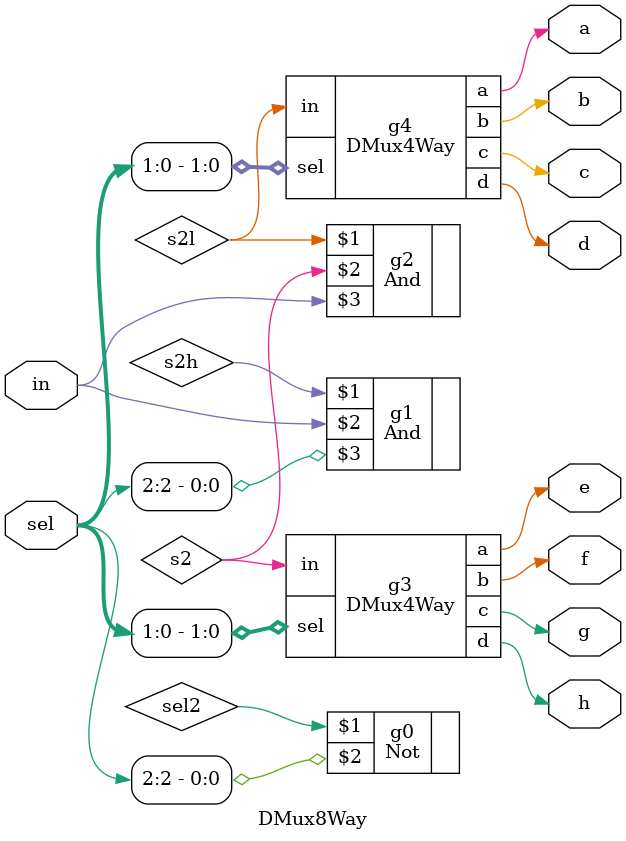
<source format=v>
`include "not.v"
`include "and.v"

module Mux(output reg out, input a, b, sel);
  always @ (a, b, sel) begin
    if (sel==0) begin
      out = a;
    end
    else 
      out = b;
  end
endmodule

module Mux16(out, a, b, sel);
  input [15:0] a, b;
  input sel;
  output [15:0] out;

  Mux d0(out[0], a[0], b[0], sel);
  Mux d1(out[1], a[1], b[1], sel);
  Mux d2(out[2], a[2], b[2], sel);
  Mux d3(out[3], a[3], b[3], sel);
  Mux d4(out[4], a[4], b[4], sel);
  Mux d5(out[5], a[5], b[5], sel);
  Mux d6(out[6], a[6], b[6], sel);
  Mux d7(out[7], a[7], b[7], sel);
  Mux d8(out[8], a[8], b[8], sel);
  Mux d9(out[9], a[9], b[9], sel);
  Mux d10(out[10], a[10], b[10], sel);
  Mux d11(out[11], a[11], b[11], sel);
  Mux d12(out[12], a[12], b[12], sel);
  Mux d13(out[13], a[13], b[13], sel);
  Mux d14(out[14], a[14], b[14], sel);
  Mux d15(out[15], a[15], b[15], sel);
endmodule 

module Mux4Way16(out, a, b, c, d, sel);
  input [15:0] a, b, c, d;
  input [1:0] sel;

  output [15:0] out;
  wire [15:0] o_ab, o_cd;

  Mux16 g0(o_ab, a, b, sel[0]);
  Mux16 g1(o_cd, c, d, sel[0]);
  Mux16 g2(out, o_ab, o_cb, sel[1]);
endmodule
  
module Mux8Way16(out, a, b, c, d, e, f, g, h, sel);
  input [15:0] a, b, c, d, e, f, g, h;
  input [2:0] sel;

  output [15:0] out;
  wire [15:0] o_ad, o_eh;

  Mux4Way16 g0(o_ad, a, b, c, d, sel[1:0]);
  Mux4Way16 g1(o_eh, e, f, g, h, sel[1:0]);
  Mux16     g2(out, o_ad, o_eh, sel[2]);
endmodule

module DMux(output a, b, input in, sel);
  Not g0(s1, sel);
  And g1(a, in, s1);
  And g3(b, in, sel);
endmodule

module DMux4Way(a, b, c, d, in, sel);
  input in;
  input [1:0] sel;

  output a, b, c, d;

  Not g0(s1, sel[1]);
  Not g1(s0, sel[0]);
  And g3(sel00, s1, s2);
  And g4(sel01, s1, sel[0]);
  And g5(sel10, s0, sel[1]);
  And g6(sel11, sel[0], sel[1]);
  DMux g7(a, d0, sel00, in);
  DMux g8(b, d1, sel01, in);
  DMux g9(c, d2, sel10, in);
  DMux g10(d, d3, sel11, in);
endmodule

module DMux8Way(a, b, c, d, e, f, g, h, in, sel);
  input in;
  input [2:0] sel;

  output a, b, c, d, e, f, g, h;

  Not g0(sel2, sel[2]);
  And g1(s2h, in, sel[2]);
  And g2(s2l, s2, in);
  DMux4Way g3(e, f, g, h, s2, sel[1:0]);
  DMux4Way g4(a, b, c, d, s2l, sel[1:0]);
endmodule

</source>
